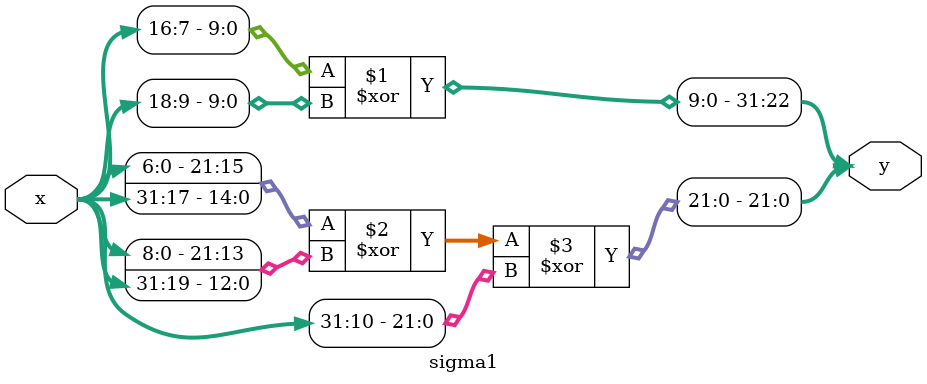
<source format=v>
`timescale 1ns/1ps


//SIGMA0= ROTR_2(x) XOR ROTR_13(x) XOR ROTR_22(x)
module SIGMA0 (x, y);

	input [31:0] x;
	output [31:0] y;

	assign y = {x[1:0],x[31:2]} ^ {x[12:0],x[31:13]} ^ {x[21:0],x[31:22]};

endmodule

//SIGMA1= ROTR_6(x) XOR ROTR_11(x) XOR ROTR_25(x)
module SIGMA1 (x, y);

	input [31:0] x;
	output [31:0] y;

	assign y = {x[5:0],x[31:6]} ^ {x[10:0],x[31:11]} ^ {x[24:0],x[31:25]};

endmodule

//choice- first input(x) is used to determine whether to use second(y) or third input(z)
//1 in x takes y, 0 in x takes z
module choice (x, y, z, o);

	input [31:0] x, y, z;
	output [31:0] o;

	assign o = z ^ (x & (y ^ z));

endmodule
//majority of three bits of three inputs: x,y,z
//if more 0's then take 0, if 1's then take 1
module majority (x, y, z, o);

	input [31:0] x, y, z;
	output [31:0] o;

	assign o = (x & y) | (z & (x | y));

endmodule

//sigma0 function. ROTR_7(x) XOR ROTR_18(x) XOR SHR_3(x)
module sigma0 (x, y);

	input [31:0] x;
	output [31:0] y;

	assign y[31:29] = x[6:4] ^ x[17:15]; 
	assign y[28:0] = {x[3:0], x[31:7]} ^ {x[14:0],x[31:18]} ^ x[31:3];

endmodule

//sigma1 function. ROTR_17(x) XOR ROTR_19(x) XOR SHR_1(x)
module sigma1 (x, y);

	input [31:0] x;
	output [31:0] y;

	assign y[31:22] = x[16:7] ^ x[18:9];
	assign y[21:0] = {x[6:0],x[31:17]} ^ {x[8:0],x[31:19]} ^ x[31:10];

endmodule

</source>
